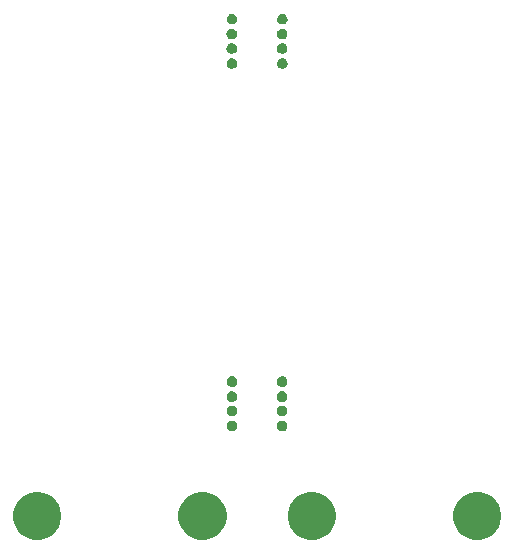
<source format=gbs>
G04 #@! TF.GenerationSoftware,KiCad,Pcbnew,(5.1.5)-3*
G04 #@! TF.CreationDate,2020-03-09T16:33:39+08:00*
G04 #@! TF.ProjectId,cover,636f7665-722e-46b6-9963-61645f706362,rev?*
G04 #@! TF.SameCoordinates,Original*
G04 #@! TF.FileFunction,Soldermask,Bot*
G04 #@! TF.FilePolarity,Negative*
%FSLAX46Y46*%
G04 Gerber Fmt 4.6, Leading zero omitted, Abs format (unit mm)*
G04 Created by KiCad (PCBNEW (5.1.5)-3) date 2020-03-09 16:33:39*
%MOMM*%
%LPD*%
G04 APERTURE LIST*
%ADD10C,0.100000*%
G04 APERTURE END LIST*
D10*
G36*
X207590674Y-125229296D02*
G01*
X207963931Y-125383904D01*
X207963933Y-125383905D01*
X208299856Y-125608362D01*
X208585536Y-125894042D01*
X208809994Y-126229967D01*
X208964602Y-126603224D01*
X209043420Y-126999471D01*
X209043420Y-127403485D01*
X208964602Y-127799732D01*
X208809994Y-128172989D01*
X208809993Y-128172991D01*
X208585536Y-128508914D01*
X208299856Y-128794594D01*
X207963933Y-129019051D01*
X207963932Y-129019052D01*
X207963931Y-129019052D01*
X207590674Y-129173660D01*
X207194427Y-129252478D01*
X206790413Y-129252478D01*
X206394166Y-129173660D01*
X206020909Y-129019052D01*
X206020908Y-129019052D01*
X206020907Y-129019051D01*
X205684984Y-128794594D01*
X205399304Y-128508914D01*
X205174847Y-128172991D01*
X205174846Y-128172989D01*
X205020238Y-127799732D01*
X204941420Y-127403485D01*
X204941420Y-126999471D01*
X205020238Y-126603224D01*
X205174846Y-126229967D01*
X205399304Y-125894042D01*
X205684984Y-125608362D01*
X206020907Y-125383905D01*
X206020909Y-125383904D01*
X206394166Y-125229296D01*
X206790413Y-125150478D01*
X207194427Y-125150478D01*
X207590674Y-125229296D01*
G37*
G36*
X221590674Y-125229296D02*
G01*
X221963931Y-125383904D01*
X221963933Y-125383905D01*
X222299856Y-125608362D01*
X222585536Y-125894042D01*
X222809994Y-126229967D01*
X222964602Y-126603224D01*
X223043420Y-126999471D01*
X223043420Y-127403485D01*
X222964602Y-127799732D01*
X222809994Y-128172989D01*
X222809993Y-128172991D01*
X222585536Y-128508914D01*
X222299856Y-128794594D01*
X221963933Y-129019051D01*
X221963932Y-129019052D01*
X221963931Y-129019052D01*
X221590674Y-129173660D01*
X221194427Y-129252478D01*
X220790413Y-129252478D01*
X220394166Y-129173660D01*
X220020909Y-129019052D01*
X220020908Y-129019052D01*
X220020907Y-129019051D01*
X219684984Y-128794594D01*
X219399304Y-128508914D01*
X219174847Y-128172991D01*
X219174846Y-128172989D01*
X219020238Y-127799732D01*
X218941420Y-127403485D01*
X218941420Y-126999471D01*
X219020238Y-126603224D01*
X219174846Y-126229967D01*
X219399304Y-125894042D01*
X219684984Y-125608362D01*
X220020907Y-125383905D01*
X220020909Y-125383904D01*
X220394166Y-125229296D01*
X220790413Y-125150478D01*
X221194427Y-125150478D01*
X221590674Y-125229296D01*
G37*
G36*
X244855834Y-125229296D02*
G01*
X245229091Y-125383904D01*
X245229093Y-125383905D01*
X245565016Y-125608362D01*
X245850696Y-125894042D01*
X246075154Y-126229967D01*
X246229762Y-126603224D01*
X246308580Y-126999471D01*
X246308580Y-127403485D01*
X246229762Y-127799732D01*
X246075154Y-128172989D01*
X246075153Y-128172991D01*
X245850696Y-128508914D01*
X245565016Y-128794594D01*
X245229093Y-129019051D01*
X245229092Y-129019052D01*
X245229091Y-129019052D01*
X244855834Y-129173660D01*
X244459587Y-129252478D01*
X244055573Y-129252478D01*
X243659326Y-129173660D01*
X243286069Y-129019052D01*
X243286068Y-129019052D01*
X243286067Y-129019051D01*
X242950144Y-128794594D01*
X242664464Y-128508914D01*
X242440007Y-128172991D01*
X242440006Y-128172989D01*
X242285398Y-127799732D01*
X242206580Y-127403485D01*
X242206580Y-126999471D01*
X242285398Y-126603224D01*
X242440006Y-126229967D01*
X242664464Y-125894042D01*
X242950144Y-125608362D01*
X243286067Y-125383905D01*
X243286069Y-125383904D01*
X243659326Y-125229296D01*
X244055573Y-125150478D01*
X244459587Y-125150478D01*
X244855834Y-125229296D01*
G37*
G36*
X230855834Y-125229296D02*
G01*
X231229091Y-125383904D01*
X231229093Y-125383905D01*
X231565016Y-125608362D01*
X231850696Y-125894042D01*
X232075154Y-126229967D01*
X232229762Y-126603224D01*
X232308580Y-126999471D01*
X232308580Y-127403485D01*
X232229762Y-127799732D01*
X232075154Y-128172989D01*
X232075153Y-128172991D01*
X231850696Y-128508914D01*
X231565016Y-128794594D01*
X231229093Y-129019051D01*
X231229092Y-129019052D01*
X231229091Y-129019052D01*
X230855834Y-129173660D01*
X230459587Y-129252478D01*
X230055573Y-129252478D01*
X229659326Y-129173660D01*
X229286069Y-129019052D01*
X229286068Y-129019052D01*
X229286067Y-129019051D01*
X228950144Y-128794594D01*
X228664464Y-128508914D01*
X228440007Y-128172991D01*
X228440006Y-128172989D01*
X228285398Y-127799732D01*
X228206580Y-127403485D01*
X228206580Y-126999471D01*
X228285398Y-126603224D01*
X228440006Y-126229967D01*
X228664464Y-125894042D01*
X228950144Y-125608362D01*
X229286067Y-125383905D01*
X229286069Y-125383904D01*
X229659326Y-125229296D01*
X230055573Y-125150478D01*
X230459587Y-125150478D01*
X230855834Y-125229296D01*
G37*
G36*
X223631552Y-119136331D02*
G01*
X223713627Y-119170328D01*
X223713629Y-119170329D01*
X223750813Y-119195175D01*
X223787495Y-119219685D01*
X223850315Y-119282505D01*
X223899672Y-119356373D01*
X223933669Y-119438448D01*
X223951000Y-119525579D01*
X223951000Y-119614421D01*
X223933669Y-119701552D01*
X223899672Y-119783627D01*
X223899671Y-119783629D01*
X223850314Y-119857496D01*
X223787496Y-119920314D01*
X223713629Y-119969671D01*
X223713628Y-119969672D01*
X223713627Y-119969672D01*
X223631552Y-120003669D01*
X223544421Y-120021000D01*
X223455579Y-120021000D01*
X223368448Y-120003669D01*
X223286373Y-119969672D01*
X223286372Y-119969672D01*
X223286371Y-119969671D01*
X223212504Y-119920314D01*
X223149686Y-119857496D01*
X223100329Y-119783629D01*
X223100328Y-119783627D01*
X223066331Y-119701552D01*
X223049000Y-119614421D01*
X223049000Y-119525579D01*
X223066331Y-119438448D01*
X223100328Y-119356373D01*
X223149685Y-119282505D01*
X223212505Y-119219685D01*
X223249187Y-119195175D01*
X223286371Y-119170329D01*
X223286373Y-119170328D01*
X223368448Y-119136331D01*
X223455579Y-119119000D01*
X223544421Y-119119000D01*
X223631552Y-119136331D01*
G37*
G36*
X227871552Y-119136331D02*
G01*
X227953627Y-119170328D01*
X227953629Y-119170329D01*
X227990813Y-119195175D01*
X228027495Y-119219685D01*
X228090315Y-119282505D01*
X228139672Y-119356373D01*
X228173669Y-119438448D01*
X228191000Y-119525579D01*
X228191000Y-119614421D01*
X228173669Y-119701552D01*
X228139672Y-119783627D01*
X228139671Y-119783629D01*
X228090314Y-119857496D01*
X228027496Y-119920314D01*
X227953629Y-119969671D01*
X227953628Y-119969672D01*
X227953627Y-119969672D01*
X227871552Y-120003669D01*
X227784421Y-120021000D01*
X227695579Y-120021000D01*
X227608448Y-120003669D01*
X227526373Y-119969672D01*
X227526372Y-119969672D01*
X227526371Y-119969671D01*
X227452504Y-119920314D01*
X227389686Y-119857496D01*
X227340329Y-119783629D01*
X227340328Y-119783627D01*
X227306331Y-119701552D01*
X227289000Y-119614421D01*
X227289000Y-119525579D01*
X227306331Y-119438448D01*
X227340328Y-119356373D01*
X227389685Y-119282505D01*
X227452505Y-119219685D01*
X227489187Y-119195175D01*
X227526371Y-119170329D01*
X227526373Y-119170328D01*
X227608448Y-119136331D01*
X227695579Y-119119000D01*
X227784421Y-119119000D01*
X227871552Y-119136331D01*
G37*
G36*
X227861552Y-117866331D02*
G01*
X227943627Y-117900328D01*
X227943629Y-117900329D01*
X227980813Y-117925175D01*
X228017495Y-117949685D01*
X228080315Y-118012505D01*
X228129672Y-118086373D01*
X228163669Y-118168448D01*
X228181000Y-118255579D01*
X228181000Y-118344421D01*
X228163669Y-118431552D01*
X228129672Y-118513627D01*
X228129671Y-118513629D01*
X228080314Y-118587496D01*
X228017496Y-118650314D01*
X227943629Y-118699671D01*
X227943628Y-118699672D01*
X227943627Y-118699672D01*
X227861552Y-118733669D01*
X227774421Y-118751000D01*
X227685579Y-118751000D01*
X227598448Y-118733669D01*
X227516373Y-118699672D01*
X227516372Y-118699672D01*
X227516371Y-118699671D01*
X227442504Y-118650314D01*
X227379686Y-118587496D01*
X227330329Y-118513629D01*
X227330328Y-118513627D01*
X227296331Y-118431552D01*
X227279000Y-118344421D01*
X227279000Y-118255579D01*
X227296331Y-118168448D01*
X227330328Y-118086373D01*
X227379685Y-118012505D01*
X227442505Y-117949685D01*
X227479187Y-117925175D01*
X227516371Y-117900329D01*
X227516373Y-117900328D01*
X227598448Y-117866331D01*
X227685579Y-117849000D01*
X227774421Y-117849000D01*
X227861552Y-117866331D01*
G37*
G36*
X223621552Y-117866331D02*
G01*
X223703627Y-117900328D01*
X223703629Y-117900329D01*
X223740813Y-117925175D01*
X223777495Y-117949685D01*
X223840315Y-118012505D01*
X223889672Y-118086373D01*
X223923669Y-118168448D01*
X223941000Y-118255579D01*
X223941000Y-118344421D01*
X223923669Y-118431552D01*
X223889672Y-118513627D01*
X223889671Y-118513629D01*
X223840314Y-118587496D01*
X223777496Y-118650314D01*
X223703629Y-118699671D01*
X223703628Y-118699672D01*
X223703627Y-118699672D01*
X223621552Y-118733669D01*
X223534421Y-118751000D01*
X223445579Y-118751000D01*
X223358448Y-118733669D01*
X223276373Y-118699672D01*
X223276372Y-118699672D01*
X223276371Y-118699671D01*
X223202504Y-118650314D01*
X223139686Y-118587496D01*
X223090329Y-118513629D01*
X223090328Y-118513627D01*
X223056331Y-118431552D01*
X223039000Y-118344421D01*
X223039000Y-118255579D01*
X223056331Y-118168448D01*
X223090328Y-118086373D01*
X223139685Y-118012505D01*
X223202505Y-117949685D01*
X223239187Y-117925175D01*
X223276371Y-117900329D01*
X223276373Y-117900328D01*
X223358448Y-117866331D01*
X223445579Y-117849000D01*
X223534421Y-117849000D01*
X223621552Y-117866331D01*
G37*
G36*
X227861552Y-116646331D02*
G01*
X227943627Y-116680328D01*
X227943629Y-116680329D01*
X227980813Y-116705175D01*
X228017495Y-116729685D01*
X228080315Y-116792505D01*
X228129672Y-116866373D01*
X228163669Y-116948448D01*
X228181000Y-117035579D01*
X228181000Y-117124421D01*
X228163669Y-117211552D01*
X228129672Y-117293627D01*
X228129671Y-117293629D01*
X228080314Y-117367496D01*
X228017496Y-117430314D01*
X227943629Y-117479671D01*
X227943628Y-117479672D01*
X227943627Y-117479672D01*
X227861552Y-117513669D01*
X227774421Y-117531000D01*
X227685579Y-117531000D01*
X227598448Y-117513669D01*
X227516373Y-117479672D01*
X227516372Y-117479672D01*
X227516371Y-117479671D01*
X227442504Y-117430314D01*
X227379686Y-117367496D01*
X227330329Y-117293629D01*
X227330328Y-117293627D01*
X227296331Y-117211552D01*
X227279000Y-117124421D01*
X227279000Y-117035579D01*
X227296331Y-116948448D01*
X227330328Y-116866373D01*
X227379685Y-116792505D01*
X227442505Y-116729685D01*
X227479187Y-116705175D01*
X227516371Y-116680329D01*
X227516373Y-116680328D01*
X227598448Y-116646331D01*
X227685579Y-116629000D01*
X227774421Y-116629000D01*
X227861552Y-116646331D01*
G37*
G36*
X223621552Y-116646331D02*
G01*
X223703627Y-116680328D01*
X223703629Y-116680329D01*
X223740813Y-116705175D01*
X223777495Y-116729685D01*
X223840315Y-116792505D01*
X223889672Y-116866373D01*
X223923669Y-116948448D01*
X223941000Y-117035579D01*
X223941000Y-117124421D01*
X223923669Y-117211552D01*
X223889672Y-117293627D01*
X223889671Y-117293629D01*
X223840314Y-117367496D01*
X223777496Y-117430314D01*
X223703629Y-117479671D01*
X223703628Y-117479672D01*
X223703627Y-117479672D01*
X223621552Y-117513669D01*
X223534421Y-117531000D01*
X223445579Y-117531000D01*
X223358448Y-117513669D01*
X223276373Y-117479672D01*
X223276372Y-117479672D01*
X223276371Y-117479671D01*
X223202504Y-117430314D01*
X223139686Y-117367496D01*
X223090329Y-117293629D01*
X223090328Y-117293627D01*
X223056331Y-117211552D01*
X223039000Y-117124421D01*
X223039000Y-117035579D01*
X223056331Y-116948448D01*
X223090328Y-116866373D01*
X223139685Y-116792505D01*
X223202505Y-116729685D01*
X223239187Y-116705175D01*
X223276371Y-116680329D01*
X223276373Y-116680328D01*
X223358448Y-116646331D01*
X223445579Y-116629000D01*
X223534421Y-116629000D01*
X223621552Y-116646331D01*
G37*
G36*
X227871552Y-115386331D02*
G01*
X227953627Y-115420328D01*
X227953629Y-115420329D01*
X227990813Y-115445175D01*
X228027495Y-115469685D01*
X228090315Y-115532505D01*
X228139672Y-115606373D01*
X228173669Y-115688448D01*
X228191000Y-115775579D01*
X228191000Y-115864421D01*
X228173669Y-115951552D01*
X228139672Y-116033627D01*
X228139671Y-116033629D01*
X228090314Y-116107496D01*
X228027496Y-116170314D01*
X227953629Y-116219671D01*
X227953628Y-116219672D01*
X227953627Y-116219672D01*
X227871552Y-116253669D01*
X227784421Y-116271000D01*
X227695579Y-116271000D01*
X227608448Y-116253669D01*
X227526373Y-116219672D01*
X227526372Y-116219672D01*
X227526371Y-116219671D01*
X227452504Y-116170314D01*
X227389686Y-116107496D01*
X227340329Y-116033629D01*
X227340328Y-116033627D01*
X227306331Y-115951552D01*
X227289000Y-115864421D01*
X227289000Y-115775579D01*
X227306331Y-115688448D01*
X227340328Y-115606373D01*
X227389685Y-115532505D01*
X227452505Y-115469685D01*
X227489187Y-115445175D01*
X227526371Y-115420329D01*
X227526373Y-115420328D01*
X227608448Y-115386331D01*
X227695579Y-115369000D01*
X227784421Y-115369000D01*
X227871552Y-115386331D01*
G37*
G36*
X223631552Y-115386331D02*
G01*
X223713627Y-115420328D01*
X223713629Y-115420329D01*
X223750813Y-115445175D01*
X223787495Y-115469685D01*
X223850315Y-115532505D01*
X223899672Y-115606373D01*
X223933669Y-115688448D01*
X223951000Y-115775579D01*
X223951000Y-115864421D01*
X223933669Y-115951552D01*
X223899672Y-116033627D01*
X223899671Y-116033629D01*
X223850314Y-116107496D01*
X223787496Y-116170314D01*
X223713629Y-116219671D01*
X223713628Y-116219672D01*
X223713627Y-116219672D01*
X223631552Y-116253669D01*
X223544421Y-116271000D01*
X223455579Y-116271000D01*
X223368448Y-116253669D01*
X223286373Y-116219672D01*
X223286372Y-116219672D01*
X223286371Y-116219671D01*
X223212504Y-116170314D01*
X223149686Y-116107496D01*
X223100329Y-116033629D01*
X223100328Y-116033627D01*
X223066331Y-115951552D01*
X223049000Y-115864421D01*
X223049000Y-115775579D01*
X223066331Y-115688448D01*
X223100328Y-115606373D01*
X223149685Y-115532505D01*
X223212505Y-115469685D01*
X223249187Y-115445175D01*
X223286371Y-115420329D01*
X223286373Y-115420328D01*
X223368448Y-115386331D01*
X223455579Y-115369000D01*
X223544421Y-115369000D01*
X223631552Y-115386331D01*
G37*
G36*
X223621552Y-88446331D02*
G01*
X223703627Y-88480328D01*
X223703629Y-88480329D01*
X223740813Y-88505175D01*
X223777495Y-88529685D01*
X223840315Y-88592505D01*
X223889672Y-88666373D01*
X223923669Y-88748448D01*
X223941000Y-88835579D01*
X223941000Y-88924421D01*
X223923669Y-89011552D01*
X223889672Y-89093627D01*
X223889671Y-89093629D01*
X223840314Y-89167496D01*
X223777496Y-89230314D01*
X223703629Y-89279671D01*
X223703628Y-89279672D01*
X223703627Y-89279672D01*
X223621552Y-89313669D01*
X223534421Y-89331000D01*
X223445579Y-89331000D01*
X223358448Y-89313669D01*
X223276373Y-89279672D01*
X223276372Y-89279672D01*
X223276371Y-89279671D01*
X223202504Y-89230314D01*
X223139686Y-89167496D01*
X223090329Y-89093629D01*
X223090328Y-89093627D01*
X223056331Y-89011552D01*
X223039000Y-88924421D01*
X223039000Y-88835579D01*
X223056331Y-88748448D01*
X223090328Y-88666373D01*
X223139685Y-88592505D01*
X223202505Y-88529685D01*
X223239187Y-88505175D01*
X223276371Y-88480329D01*
X223276373Y-88480328D01*
X223358448Y-88446331D01*
X223445579Y-88429000D01*
X223534421Y-88429000D01*
X223621552Y-88446331D01*
G37*
G36*
X227881552Y-88446331D02*
G01*
X227963627Y-88480328D01*
X227963629Y-88480329D01*
X228000813Y-88505175D01*
X228037495Y-88529685D01*
X228100315Y-88592505D01*
X228149672Y-88666373D01*
X228183669Y-88748448D01*
X228201000Y-88835579D01*
X228201000Y-88924421D01*
X228183669Y-89011552D01*
X228149672Y-89093627D01*
X228149671Y-89093629D01*
X228100314Y-89167496D01*
X228037496Y-89230314D01*
X227963629Y-89279671D01*
X227963628Y-89279672D01*
X227963627Y-89279672D01*
X227881552Y-89313669D01*
X227794421Y-89331000D01*
X227705579Y-89331000D01*
X227618448Y-89313669D01*
X227536373Y-89279672D01*
X227536372Y-89279672D01*
X227536371Y-89279671D01*
X227462504Y-89230314D01*
X227399686Y-89167496D01*
X227350329Y-89093629D01*
X227350328Y-89093627D01*
X227316331Y-89011552D01*
X227299000Y-88924421D01*
X227299000Y-88835579D01*
X227316331Y-88748448D01*
X227350328Y-88666373D01*
X227399685Y-88592505D01*
X227462505Y-88529685D01*
X227499187Y-88505175D01*
X227536371Y-88480329D01*
X227536373Y-88480328D01*
X227618448Y-88446331D01*
X227705579Y-88429000D01*
X227794421Y-88429000D01*
X227881552Y-88446331D01*
G37*
G36*
X223611552Y-87176331D02*
G01*
X223693627Y-87210328D01*
X223693629Y-87210329D01*
X223730813Y-87235175D01*
X223767495Y-87259685D01*
X223830315Y-87322505D01*
X223879672Y-87396373D01*
X223913669Y-87478448D01*
X223931000Y-87565579D01*
X223931000Y-87654421D01*
X223913669Y-87741552D01*
X223879672Y-87823627D01*
X223879671Y-87823629D01*
X223830314Y-87897496D01*
X223767496Y-87960314D01*
X223693629Y-88009671D01*
X223693628Y-88009672D01*
X223693627Y-88009672D01*
X223611552Y-88043669D01*
X223524421Y-88061000D01*
X223435579Y-88061000D01*
X223348448Y-88043669D01*
X223266373Y-88009672D01*
X223266372Y-88009672D01*
X223266371Y-88009671D01*
X223192504Y-87960314D01*
X223129686Y-87897496D01*
X223080329Y-87823629D01*
X223080328Y-87823627D01*
X223046331Y-87741552D01*
X223029000Y-87654421D01*
X223029000Y-87565579D01*
X223046331Y-87478448D01*
X223080328Y-87396373D01*
X223129685Y-87322505D01*
X223192505Y-87259685D01*
X223229187Y-87235175D01*
X223266371Y-87210329D01*
X223266373Y-87210328D01*
X223348448Y-87176331D01*
X223435579Y-87159000D01*
X223524421Y-87159000D01*
X223611552Y-87176331D01*
G37*
G36*
X227871552Y-87176331D02*
G01*
X227953627Y-87210328D01*
X227953629Y-87210329D01*
X227990813Y-87235175D01*
X228027495Y-87259685D01*
X228090315Y-87322505D01*
X228139672Y-87396373D01*
X228173669Y-87478448D01*
X228191000Y-87565579D01*
X228191000Y-87654421D01*
X228173669Y-87741552D01*
X228139672Y-87823627D01*
X228139671Y-87823629D01*
X228090314Y-87897496D01*
X228027496Y-87960314D01*
X227953629Y-88009671D01*
X227953628Y-88009672D01*
X227953627Y-88009672D01*
X227871552Y-88043669D01*
X227784421Y-88061000D01*
X227695579Y-88061000D01*
X227608448Y-88043669D01*
X227526373Y-88009672D01*
X227526372Y-88009672D01*
X227526371Y-88009671D01*
X227452504Y-87960314D01*
X227389686Y-87897496D01*
X227340329Y-87823629D01*
X227340328Y-87823627D01*
X227306331Y-87741552D01*
X227289000Y-87654421D01*
X227289000Y-87565579D01*
X227306331Y-87478448D01*
X227340328Y-87396373D01*
X227389685Y-87322505D01*
X227452505Y-87259685D01*
X227489187Y-87235175D01*
X227526371Y-87210329D01*
X227526373Y-87210328D01*
X227608448Y-87176331D01*
X227695579Y-87159000D01*
X227784421Y-87159000D01*
X227871552Y-87176331D01*
G37*
G36*
X223611552Y-85956331D02*
G01*
X223693627Y-85990328D01*
X223693629Y-85990329D01*
X223730813Y-86015175D01*
X223767495Y-86039685D01*
X223830315Y-86102505D01*
X223879672Y-86176373D01*
X223913669Y-86258448D01*
X223931000Y-86345579D01*
X223931000Y-86434421D01*
X223913669Y-86521552D01*
X223879672Y-86603627D01*
X223879671Y-86603629D01*
X223830314Y-86677496D01*
X223767496Y-86740314D01*
X223693629Y-86789671D01*
X223693628Y-86789672D01*
X223693627Y-86789672D01*
X223611552Y-86823669D01*
X223524421Y-86841000D01*
X223435579Y-86841000D01*
X223348448Y-86823669D01*
X223266373Y-86789672D01*
X223266372Y-86789672D01*
X223266371Y-86789671D01*
X223192504Y-86740314D01*
X223129686Y-86677496D01*
X223080329Y-86603629D01*
X223080328Y-86603627D01*
X223046331Y-86521552D01*
X223029000Y-86434421D01*
X223029000Y-86345579D01*
X223046331Y-86258448D01*
X223080328Y-86176373D01*
X223129685Y-86102505D01*
X223192505Y-86039685D01*
X223229187Y-86015175D01*
X223266371Y-85990329D01*
X223266373Y-85990328D01*
X223348448Y-85956331D01*
X223435579Y-85939000D01*
X223524421Y-85939000D01*
X223611552Y-85956331D01*
G37*
G36*
X227871552Y-85956331D02*
G01*
X227953627Y-85990328D01*
X227953629Y-85990329D01*
X227990813Y-86015175D01*
X228027495Y-86039685D01*
X228090315Y-86102505D01*
X228139672Y-86176373D01*
X228173669Y-86258448D01*
X228191000Y-86345579D01*
X228191000Y-86434421D01*
X228173669Y-86521552D01*
X228139672Y-86603627D01*
X228139671Y-86603629D01*
X228090314Y-86677496D01*
X228027496Y-86740314D01*
X227953629Y-86789671D01*
X227953628Y-86789672D01*
X227953627Y-86789672D01*
X227871552Y-86823669D01*
X227784421Y-86841000D01*
X227695579Y-86841000D01*
X227608448Y-86823669D01*
X227526373Y-86789672D01*
X227526372Y-86789672D01*
X227526371Y-86789671D01*
X227452504Y-86740314D01*
X227389686Y-86677496D01*
X227340329Y-86603629D01*
X227340328Y-86603627D01*
X227306331Y-86521552D01*
X227289000Y-86434421D01*
X227289000Y-86345579D01*
X227306331Y-86258448D01*
X227340328Y-86176373D01*
X227389685Y-86102505D01*
X227452505Y-86039685D01*
X227489187Y-86015175D01*
X227526371Y-85990329D01*
X227526373Y-85990328D01*
X227608448Y-85956331D01*
X227695579Y-85939000D01*
X227784421Y-85939000D01*
X227871552Y-85956331D01*
G37*
G36*
X223621552Y-84696331D02*
G01*
X223703627Y-84730328D01*
X223703629Y-84730329D01*
X223740813Y-84755175D01*
X223777495Y-84779685D01*
X223840315Y-84842505D01*
X223889672Y-84916373D01*
X223923669Y-84998448D01*
X223941000Y-85085579D01*
X223941000Y-85174421D01*
X223923669Y-85261552D01*
X223889672Y-85343627D01*
X223889671Y-85343629D01*
X223840314Y-85417496D01*
X223777496Y-85480314D01*
X223703629Y-85529671D01*
X223703628Y-85529672D01*
X223703627Y-85529672D01*
X223621552Y-85563669D01*
X223534421Y-85581000D01*
X223445579Y-85581000D01*
X223358448Y-85563669D01*
X223276373Y-85529672D01*
X223276372Y-85529672D01*
X223276371Y-85529671D01*
X223202504Y-85480314D01*
X223139686Y-85417496D01*
X223090329Y-85343629D01*
X223090328Y-85343627D01*
X223056331Y-85261552D01*
X223039000Y-85174421D01*
X223039000Y-85085579D01*
X223056331Y-84998448D01*
X223090328Y-84916373D01*
X223139685Y-84842505D01*
X223202505Y-84779685D01*
X223239187Y-84755175D01*
X223276371Y-84730329D01*
X223276373Y-84730328D01*
X223358448Y-84696331D01*
X223445579Y-84679000D01*
X223534421Y-84679000D01*
X223621552Y-84696331D01*
G37*
G36*
X227881552Y-84696331D02*
G01*
X227963627Y-84730328D01*
X227963629Y-84730329D01*
X228000813Y-84755175D01*
X228037495Y-84779685D01*
X228100315Y-84842505D01*
X228149672Y-84916373D01*
X228183669Y-84998448D01*
X228201000Y-85085579D01*
X228201000Y-85174421D01*
X228183669Y-85261552D01*
X228149672Y-85343627D01*
X228149671Y-85343629D01*
X228100314Y-85417496D01*
X228037496Y-85480314D01*
X227963629Y-85529671D01*
X227963628Y-85529672D01*
X227963627Y-85529672D01*
X227881552Y-85563669D01*
X227794421Y-85581000D01*
X227705579Y-85581000D01*
X227618448Y-85563669D01*
X227536373Y-85529672D01*
X227536372Y-85529672D01*
X227536371Y-85529671D01*
X227462504Y-85480314D01*
X227399686Y-85417496D01*
X227350329Y-85343629D01*
X227350328Y-85343627D01*
X227316331Y-85261552D01*
X227299000Y-85174421D01*
X227299000Y-85085579D01*
X227316331Y-84998448D01*
X227350328Y-84916373D01*
X227399685Y-84842505D01*
X227462505Y-84779685D01*
X227499187Y-84755175D01*
X227536371Y-84730329D01*
X227536373Y-84730328D01*
X227618448Y-84696331D01*
X227705579Y-84679000D01*
X227794421Y-84679000D01*
X227881552Y-84696331D01*
G37*
M02*

</source>
